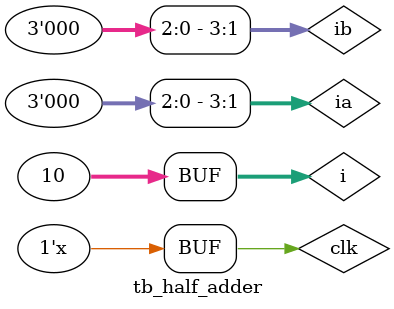
<source format=v>
`timescale 1ns / 1ps


module tb_half_adder(

    );
    
reg clk;
reg [3:0] ia, ib;
wire [3:0] os;
wire oc;

half_adder dut (.a(ia), .b(ib), .s(os), .c(oc));

initial clk = 0;
always #5 clk = ~clk;

integer i = 0;

initial begin
    for(i = 0; i < 10; i = i + 1) begin
        ia = $urandom;
        ib = $urandom;
        #10;
    end    
end    
    
endmodule

</source>
